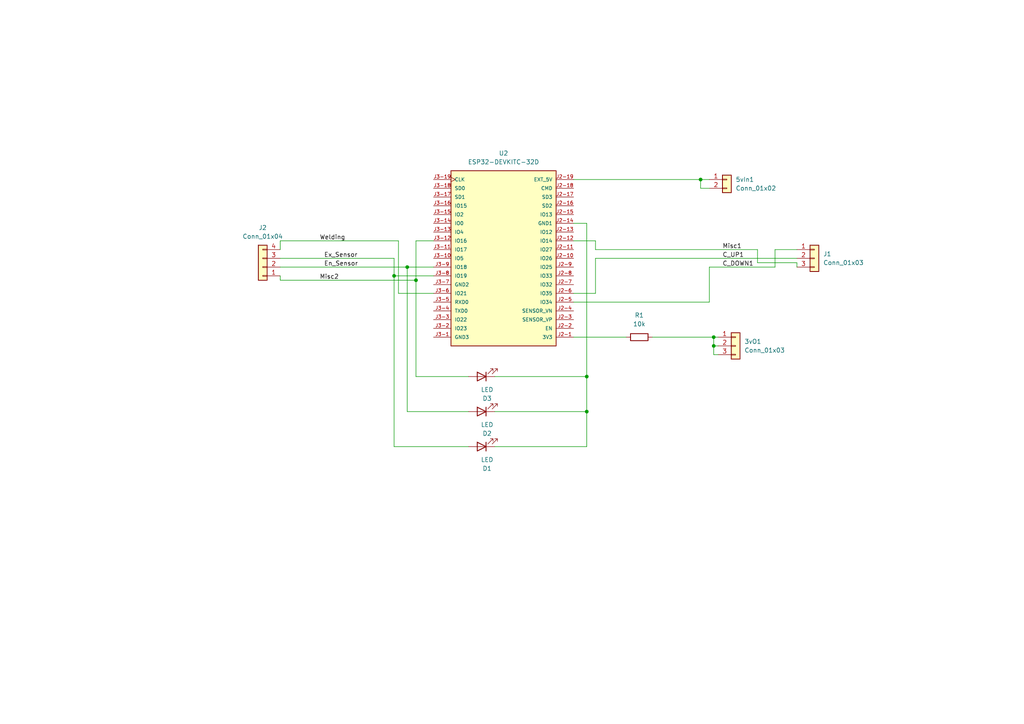
<source format=kicad_sch>
(kicad_sch (version 20250114) (generator "eeschema") (generator_version "9.0")
  (paper "A4")
  (lib_symbols
    (symbol "Connector_Generic:Conn_01x02" (pin_names (offset 1.016) (hide yes))
      (property "Reference" "J" (at 0 2.54 0))
      (property "Value" "Conn_01x02" (at 0 -5.08 0))
      (symbol "Conn_01x02_1_1"
        (rectangle (start -1.27 1.27) (end 1.27 -3.81) (stroke (width 0.254)) (fill (type background)))
        (rectangle (start -1.27 0.127) (end 0 -0.127) (stroke (width 0.1524)))
        (rectangle (start -1.27 -2.413) (end 0 -2.667) (stroke (width 0.1524)))
        (pin passive line (at -5.08 0 0) (length 3.81) (name "Pin_1") (number "1"))
        (pin passive line (at -5.08 -2.54 0) (length 3.81) (name "Pin_2") (number "2"))
      )
    )
    (symbol "Connector_Generic:Conn_01x03" (pin_names (offset 1.016) (hide yes))
      (property "Reference" "J" (at 0 5.08 0))
      (property "Value" "Conn_01x03" (at 0 -5.08 0))
      (symbol "Conn_01x03_1_1"
        (rectangle (start -1.27 3.81) (end 1.27 -3.81) (stroke (width 0.254)) (fill (type background)))
        (rectangle (start -1.27 2.667) (end 0 2.413) (stroke (width 0.1524)))
        (rectangle (start -1.27 0.127) (end 0 -0.127) (stroke (width 0.1524)))
        (rectangle (start -1.27 -2.413) (end 0 -2.667) (stroke (width 0.1524)))
        (pin passive line (at -5.08 2.54 0) (length 3.81) (name "Pin_1") (number "1"))
        (pin passive line (at -5.08 0 0) (length 3.81) (name "Pin_2") (number "2"))
        (pin passive line (at -5.08 -2.54 0) (length 3.81) (name "Pin_3") (number "3"))
      )
    )
    (symbol "Connector_Generic:Conn_01x04" (pin_names (offset 1.016) (hide yes))
      (property "Reference" "J" (at 0 5.08 0))
      (property "Value" "Conn_01x04" (at 0 -7.62 0))
      (symbol "Conn_01x04_1_1"
        (rectangle (start -1.27 3.81) (end 1.27 -6.35) (stroke (width 0.254)) (fill (type background)))
        (rectangle (start -1.27 2.667) (end 0 2.413) (stroke (width 0.1524)))
        (rectangle (start -1.27 0.127) (end 0 -0.127) (stroke (width 0.1524)))
        (rectangle (start -1.27 -2.413) (end 0 -2.667) (stroke (width 0.1524)))
        (rectangle (start -1.27 -4.953) (end 0 -5.207) (stroke (width 0.1524)))
        (pin passive line (at -5.08 2.54 0) (length 3.81) (name "Pin_1") (number "1"))
        (pin passive line (at -5.08 0 0) (length 3.81) (name "Pin_2") (number "2"))
        (pin passive line (at -5.08 -2.54 0) (length 3.81) (name "Pin_3") (number "3"))
        (pin passive line (at -5.08 -5.08 0) (length 3.81) (name "Pin_4") (number "4"))
      )
    )
    (symbol "Device:LED" (pin_numbers (hide yes)) (pin_names (offset 1.016) (hide yes))
      (property "Reference" "D" (at 0 2.54 0))
      (property "Value" "LED" (at 0 -2.54 0))
      (symbol "LED_0_1"
        (polyline (pts (xy -3.048 -0.762) (xy -4.572 -2.286) (xy -3.81 -2.286) (xy -4.572 -2.286) (xy -4.572 -1.524)))
        (polyline (pts (xy -1.778 -0.762) (xy -3.302 -2.286) (xy -2.54 -2.286) (xy -3.302 -2.286) (xy -3.302 -1.524)))
        (polyline (pts (xy -1.27 0) (xy 1.27 0)))
        (polyline (pts (xy -1.27 -1.27) (xy -1.27 1.27)) (stroke (width 0.254)))
        (polyline (pts (xy 1.27 -1.27) (xy 1.27 1.27) (xy -1.27 0) (xy 1.27 -1.27)) (stroke (width 0.254)))
      )
      (symbol "LED_1_1"
        (pin passive line (at -3.81 0 0) (length 2.54) (name "K") (number "1"))
        (pin passive line (at 3.81 0 180) (length 2.54) (name "A") (number "2"))
      )
    )
    (symbol "Device:R" (pin_numbers (hide yes)) (pin_names (offset 0))
      (property "Reference" "R" (at 2.032 0 90))
      (property "Value" "R" (at 0 0 90))
      (symbol "R_0_1"
        (rectangle (start -1.016 -2.54) (end 1.016 2.54) (stroke (width 0.254)))
      )
      (symbol "R_1_1"
        (pin passive line (at 0 3.81 270) (length 1.27) (name "~") (number "1"))
        (pin passive line (at 0 -3.81 90) (length 1.27) (name "~") (number "2"))
      )
    )
    (symbol "ESP32-DEVKITC-32D:ESP32-DEVKITC-32D" (pin_names (offset 1.016))
      (property "Reference" "U" (at -15.2572 26.0643 0))
      (property "Value" "ESP32-DEVKITC-32D" (at -15.2563 -27.9698 0))
      (symbol "ESP32-DEVKITC-32D_0_0"
        (rectangle (start -15.24 -25.4) (end 15.24 25.4) (stroke (width 0.254)) (fill (type background)))
        (pin power_in line (at -20.32 22.86 0) (length 5.08) (name "3V3") (number "J2-1"))
        (pin input line (at -20.32 20.32 0) (length 5.08) (name "EN") (number "J2-2"))
        (pin input line (at -20.32 17.78 0) (length 5.08) (name "SENSOR_VP") (number "J2-3"))
        (pin input line (at -20.32 15.24 0) (length 5.08) (name "SENSOR_VN") (number "J2-4"))
        (pin bidirectional line (at -20.32 12.7 0) (length 5.08) (name "IO34") (number "J2-5"))
        (pin bidirectional line (at -20.32 10.16 0) (length 5.08) (name "IO35") (number "J2-6"))
        (pin bidirectional line (at -20.32 7.62 0) (length 5.08) (name "IO32") (number "J2-7"))
        (pin bidirectional line (at -20.32 5.08 0) (length 5.08) (name "IO33") (number "J2-8"))
        (pin bidirectional line (at -20.32 2.54 0) (length 5.08) (name "IO25") (number "J2-9"))
        (pin bidirectional line (at -20.32 0 0) (length 5.08) (name "IO26") (number "J2-10"))
        (pin bidirectional line (at -20.32 -2.54 0) (length 5.08) (name "IO27") (number "J2-11"))
        (pin bidirectional line (at -20.32 -5.08 0) (length 5.08) (name "IO14") (number "J2-12"))
        (pin bidirectional line (at -20.32 -7.62 0) (length 5.08) (name "IO12") (number "J2-13"))
        (pin power_in line (at -20.32 -10.16 0) (length 5.08) (name "GND1") (number "J2-14"))
        (pin bidirectional line (at -20.32 -12.7 0) (length 5.08) (name "IO13") (number "J2-15"))
        (pin bidirectional line (at -20.32 -15.24 0) (length 5.08) (name "SD2") (number "J2-16"))
        (pin bidirectional line (at -20.32 -17.78 0) (length 5.08) (name "SD3") (number "J2-17"))
        (pin bidirectional line (at -20.32 -20.32 0) (length 5.08) (name "CMD") (number "J2-18"))
        (pin power_in line (at -20.32 -22.86 0) (length 5.08) (name "EXT_5V") (number "J2-19"))
        (pin power_in line (at 20.32 22.86 180) (length 5.08) (name "GND3") (number "J3-1"))
        (pin bidirectional line (at 20.32 20.32 180) (length 5.08) (name "IO23") (number "J3-2"))
        (pin bidirectional line (at 20.32 17.78 180) (length 5.08) (name "IO22") (number "J3-3"))
        (pin output line (at 20.32 15.24 180) (length 5.08) (name "TXD0") (number "J3-4"))
        (pin input line (at 20.32 12.7 180) (length 5.08) (name "RXD0") (number "J3-5"))
        (pin bidirectional line (at 20.32 10.16 180) (length 5.08) (name "IO21") (number "J3-6"))
        (pin power_in line (at 20.32 7.62 180) (length 5.08) (name "GND2") (number "J3-7"))
        (pin bidirectional line (at 20.32 5.08 180) (length 5.08) (name "IO19") (number "J3-8"))
        (pin bidirectional line (at 20.32 2.54 180) (length 5.08) (name "IO18") (number "J3-9"))
        (pin bidirectional line (at 20.32 0 180) (length 5.08) (name "IO5") (number "J3-10"))
        (pin bidirectional line (at 20.32 -2.54 180) (length 5.08) (name "IO17") (number "J3-11"))
        (pin bidirectional line (at 20.32 -5.08 180) (length 5.08) (name "IO16") (number "J3-12"))
        (pin bidirectional line (at 20.32 -7.62 180) (length 5.08) (name "IO4") (number "J3-13"))
        (pin bidirectional line (at 20.32 -10.16 180) (length 5.08) (name "IO0") (number "J3-14"))
        (pin bidirectional line (at 20.32 -12.7 180) (length 5.08) (name "IO2") (number "J3-15"))
        (pin bidirectional line (at 20.32 -15.24 180) (length 5.08) (name "IO15") (number "J3-16"))
        (pin bidirectional line (at 20.32 -17.78 180) (length 5.08) (name "SD1") (number "J3-17"))
        (pin bidirectional line (at 20.32 -20.32 180) (length 5.08) (name "SD0") (number "J3-18"))
        (pin input clock (at 20.32 -22.86 180) (length 5.08) (name "CLK") (number "J3-19"))
      )
    )
  )
  (junction (at 170.18 109.22))
  (junction (at 118.11 77.47))
  (junction (at 207.01 100.33))
  (junction (at 114.3 80.01))
  (junction (at 203.2 52.07))
  (junction (at 207.01 97.79))
  (junction (at 170.18 119.38))
  (junction (at 120.65 81.28))
  (wire (pts (xy 166.37 64.77) (xy 170.18 64.77)))
  (wire (pts (xy 143.51 109.22) (xy 170.18 109.22)))
  (wire (pts (xy 143.51 129.54) (xy 170.18 129.54)))
  (wire (pts (xy 166.37 52.07) (xy 203.2 52.07)))
  (wire (pts (xy 120.65 81.28) (xy 120.65 109.22)))
  (wire (pts (xy 205.74 77.47) (xy 224.79 77.47)))
  (wire (pts (xy 219.71 76.2) (xy 231.14 76.2)))
  (wire (pts (xy 125.73 85.09) (xy 115.57 85.09)))
  (wire (pts (xy 172.72 72.39) (xy 172.72 69.85)))
  (wire (pts (xy 231.14 76.2) (xy 231.14 77.47)))
  (wire (pts (xy 118.11 77.47) (xy 125.73 77.47)))
  (wire (pts (xy 170.18 109.22) (xy 170.18 64.77)))
  (wire (pts (xy 166.37 97.79) (xy 181.61 97.79)))
  (wire (pts (xy 114.3 129.54) (xy 135.89 129.54)))
  (wire (pts (xy 81.28 69.85) (xy 81.28 72.39)))
  (wire (pts (xy 114.3 80.01) (xy 114.3 129.54)))
  (wire (pts (xy 172.72 69.85) (xy 166.37 69.85)))
  (wire (pts (xy 172.72 74.93) (xy 231.14 74.93)))
  (wire (pts (xy 205.74 54.61) (xy 203.2 54.61)))
  (wire (pts (xy 203.2 52.07) (xy 205.74 52.07)))
  (wire (pts (xy 81.28 74.93) (xy 114.3 74.93)))
  (wire (pts (xy 114.3 80.01) (xy 114.3 74.93)))
  (wire (pts (xy 224.79 72.39) (xy 231.14 72.39)))
  (wire (pts (xy 170.18 129.54) (xy 170.18 119.38)))
  (wire (pts (xy 120.65 69.85) (xy 120.65 81.28)))
  (wire (pts (xy 118.11 119.38) (xy 135.89 119.38)))
  (wire (pts (xy 120.65 109.22) (xy 135.89 109.22)))
  (wire (pts (xy 81.28 77.47) (xy 118.11 77.47)))
  (wire (pts (xy 115.57 69.85) (xy 81.28 69.85)))
  (wire (pts (xy 166.37 85.09) (xy 172.72 85.09)))
  (wire (pts (xy 205.74 77.47) (xy 205.74 87.63)))
  (wire (pts (xy 118.11 77.47) (xy 118.11 119.38)))
  (wire (pts (xy 166.37 87.63) (xy 205.74 87.63)))
  (wire (pts (xy 189.23 97.79) (xy 207.01 97.79)))
  (wire (pts (xy 170.18 119.38) (xy 170.18 109.22)))
  (wire (pts (xy 143.51 119.38) (xy 170.18 119.38)))
  (wire (pts (xy 207.01 97.79) (xy 208.28 97.79)))
  (wire (pts (xy 219.71 72.39) (xy 219.71 76.2)))
  (wire (pts (xy 115.57 85.09) (xy 115.57 69.85)))
  (wire (pts (xy 120.65 81.28) (xy 81.28 81.28)))
  (wire (pts (xy 203.2 54.61) (xy 203.2 52.07)))
  (wire (pts (xy 172.72 72.39) (xy 219.71 72.39)))
  (wire (pts (xy 125.73 69.85) (xy 120.65 69.85)))
  (wire (pts (xy 207.01 100.33) (xy 207.01 97.79)))
  (wire (pts (xy 224.79 77.47) (xy 224.79 72.39)))
  (wire (pts (xy 114.3 80.01) (xy 125.73 80.01)))
  (wire (pts (xy 208.28 102.87) (xy 207.01 102.87)))
  (wire (pts (xy 172.72 85.09) (xy 172.72 74.93)))
  (wire (pts (xy 81.28 81.28) (xy 81.28 80.01)))
  (wire (pts (xy 207.01 102.87) (xy 207.01 100.33)))
  (wire (pts (xy 208.28 100.33) (xy 207.01 100.33)))
  (label "Misc1" (at 209.55 72.39 0))
  (label "Welding" (at 92.71 69.85 0))
  (label "En_Sensor" (at 93.98 77.47 0))
  (label "C_UP1" (at 209.55 74.93 0))
  (label "C_DOWN1" (at 209.55 77.47 0))
  (label "Ex_Sensor" (at 93.98 74.93 0))
  (label "Misc2" (at 92.71 81.28 0))
  (symbol (lib_id "Device:LED") (at 139.7 119.38 180) (unit 1)
    (property "Reference" "D2" (at 141.2875 125.73 0))
    (property "Value" "LED" (at 141.2875 123.19 0))
    (property "Footprint" "LED_THT:LED_D5.0mm" (effects (hide yes)))
    (property "Description" "Light emitting diode" (effects (hide yes)))
    (property "Sim.Pins" "1=K 2=A" (effects (hide yes)))
  )
  (symbol (lib_id "Connector_Generic:Conn_01x03") (at 236.22 74.93 0) (unit 1)
    (property "Reference" "J1" (at 238.76 73.6599 0) (effects (justify left)))
    (property "Value" "Conn_01x03" (at 238.76 76.1999 0) (effects (justify left)))
    (property "Footprint" "TerminalBlock_Phoenix:TerminalBlock_Phoenix_MKDS-1,5-3-5.08_1x03_P5.08mm_Horizontal" (effects (hide yes)))
    (property "Description" "Generic connector, single row, 01x03, script generated (kicad-library-utils/schlib/autogen/connector/)" (effects (hide yes)))
  )
  (symbol (lib_id "Device:R") (at 185.42 97.79 90) (unit 1)
    (property "Reference" "R1" (at 185.42 91.44 90))
    (property "Value" "10k" (at 185.42 93.98 90))
    (property "Footprint" "Resistor_THT:R_Axial_DIN0207_L6.3mm_D2.5mm_P7.62mm_Horizontal" (effects (hide yes)))
    (property "Description" "Resistor" (effects (hide yes)))
  )
  (symbol (lib_id "Connector_Generic:Conn_01x02") (at 210.82 52.07 0) (unit 1)
    (property "Reference" "5vIn1" (at 213.36 52.0699 0) (effects (justify left)))
    (property "Value" "Conn_01x02" (at 213.36 54.6099 0) (effects (justify left)))
    (property "Footprint" "TerminalBlock_Phoenix:TerminalBlock_Phoenix_MKDS-1,5-2-5.08_1x02_P5.08mm_Horizontal" (effects (hide yes)))
    (property "Description" "Generic connector, single row, 01x02, script generated (kicad-library-utils/schlib/autogen/connector/)" (effects (hide yes)))
  )
  (symbol (lib_id "ESP32-DEVKITC-32D:ESP32-DEVKITC-32D") (at 146.05 74.93 180) (unit 1)
    (property "Reference" "U2" (at 146.05 44.45 0))
    (property "Value" "ESP32-DEVKITC-32D" (at 146.05 46.99 0))
    (property "Footprint" "ESP32-DEVKITC-32D:MODULE_ESP32-DEVKITC-32D" (effects (hide yes)))
    (property "MF" "Espressif Systems" (effects (hide yes)))
    (property "MAXIMUM_PACKAGE_HEIGHT" "N/A" (effects (hide yes)))
    (property "Package" "None" (effects (hide yes)))
    (property "Price" "None" (effects (hide yes)))
    (property "Check_prices" "https://www.snapeda.com/parts/ESP32-DEVKITC-32D/Espressif+Systems/view-part/?ref=eda" (effects (hide yes)))
    (property "STANDARD" "Manufacturer Recommendations" (effects (hide yes)))
    (property "PARTREV" "V4" (effects (hide yes)))
    (property "SnapEDA_Link" "https://www.snapeda.com/parts/ESP32-DEVKITC-32D/Espressif+Systems/view-part/?ref=snap" (effects (hide yes)))
    (property "MP" "ESP32-DEVKITC-32D" (effects (hide yes)))
    (property "Description_1" "WiFi Development Tools (802.11) ESP32 General Development Kit, ESP32-WROOM-32D on the board" (effects (hide yes)))
    (property "MANUFACTURER" "Espressif Systems" (effects (hide yes)))
    (property "Availability" "In Stock" (effects (hide yes)))
    (property "SNAPEDA_PN" "ESP32-DEVKITC-32D" (effects (hide yes)))
  )
  (symbol (lib_id "Device:LED") (at 139.7 109.22 180) (unit 1)
    (property "Reference" "D3" (at 141.2875 115.57 0))
    (property "Value" "LED" (at 141.2875 113.03 0))
    (property "Footprint" "LED_THT:LED_D5.0mm" (effects (hide yes)))
    (property "Description" "Light emitting diode" (effects (hide yes)))
    (property "Sim.Pins" "1=K 2=A" (effects (hide yes)))
  )
  (symbol (lib_id "Connector_Generic:Conn_01x04") (at 76.2 77.47 180) (unit 1)
    (property "Reference" "J2" (at 76.2 66.04 0))
    (property "Value" "Conn_01x04" (at 76.2 68.58 0))
    (property "Footprint" "TerminalBlock_Phoenix:TerminalBlock_Phoenix_MKDS-1,5-4-5.08_1x04_P5.08mm_Horizontal" (effects (hide yes)))
    (property "Description" "Generic connector, single row, 01x04, script generated (kicad-library-utils/schlib/autogen/connector/)" (effects (hide yes)))
  )
  (symbol (lib_id "Connector_Generic:Conn_01x03") (at 213.36 100.33 0) (unit 1)
    (property "Reference" "3vO1" (at 215.9 99.0599 0) (effects (justify left)))
    (property "Value" "Conn_01x03" (at 215.9 101.5999 0) (effects (justify left)))
    (property "Footprint" "TerminalBlock_Phoenix:TerminalBlock_Phoenix_MKDS-1,5-3-5.08_1x03_P5.08mm_Horizontal" (effects (hide yes)))
    (property "Description" "Generic connector, single row, 01x03, script generated (kicad-library-utils/schlib/autogen/connector/)" (effects (hide yes)))
  )
  (symbol (lib_id "Device:LED") (at 139.7 129.54 180) (unit 1)
    (property "Reference" "D1" (at 141.2875 135.89 0))
    (property "Value" "LED" (at 141.2875 133.35 0))
    (property "Footprint" "LED_THT:LED_D5.0mm" (effects (hide yes)))
    (property "Description" "Light emitting diode" (effects (hide yes)))
    (property "Sim.Pins" "1=K 2=A" (effects (hide yes)))
  )
)
</source>
